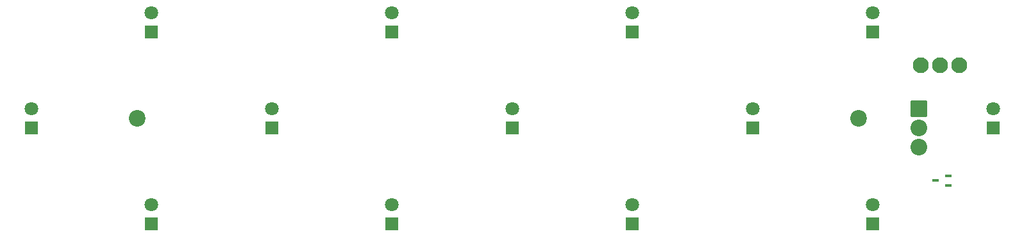
<source format=gbs>
%TF.GenerationSoftware,KiCad,Pcbnew,7.0.10*%
%TF.CreationDate,2024-10-31T16:23:13-04:00*%
%TF.ProjectId,segment,7365676d-656e-4742-9e6b-696361645f70,rev?*%
%TF.SameCoordinates,Original*%
%TF.FileFunction,Soldermask,Bot*%
%TF.FilePolarity,Negative*%
%FSLAX46Y46*%
G04 Gerber Fmt 4.6, Leading zero omitted, Abs format (unit mm)*
G04 Created by KiCad (PCBNEW 7.0.10) date 2024-10-31 16:23:13*
%MOMM*%
%LPD*%
G01*
G04 APERTURE LIST*
G04 Aperture macros list*
%AMRoundRect*
0 Rectangle with rounded corners*
0 $1 Rounding radius*
0 $2 $3 $4 $5 $6 $7 $8 $9 X,Y pos of 4 corners*
0 Add a 4 corners polygon primitive as box body*
4,1,4,$2,$3,$4,$5,$6,$7,$8,$9,$2,$3,0*
0 Add four circle primitives for the rounded corners*
1,1,$1+$1,$2,$3*
1,1,$1+$1,$4,$5*
1,1,$1+$1,$6,$7*
1,1,$1+$1,$8,$9*
0 Add four rect primitives between the rounded corners*
20,1,$1+$1,$2,$3,$4,$5,0*
20,1,$1+$1,$4,$5,$6,$7,0*
20,1,$1+$1,$6,$7,$8,$9,0*
20,1,$1+$1,$8,$9,$2,$3,0*%
G04 Aperture macros list end*
%ADD10R,1.800000X1.800000*%
%ADD11C,1.800000*%
%ADD12C,2.200000*%
%ADD13C,2.100000*%
%ADD14RoundRect,0.102000X-1.005000X1.005000X-1.005000X-1.005000X1.005000X-1.005000X1.005000X1.005000X0*%
%ADD15C,2.214000*%
%ADD16R,0.812800X0.406400*%
G04 APERTURE END LIST*
D10*
%TO.C,D1*%
X60960000Y-104140000D03*
D11*
X60960000Y-101600000D03*
%TD*%
D12*
%TO.C,REF\u002A\u002A*%
X170180000Y-102870000D03*
%TD*%
D10*
%TO.C,D13*%
X187960000Y-104140000D03*
D11*
X187960000Y-101600000D03*
%TD*%
D10*
%TO.C,D12*%
X172085000Y-91440000D03*
D11*
X172085000Y-88900000D03*
%TD*%
D10*
%TO.C,D11*%
X156210000Y-104140000D03*
D11*
X156210000Y-101600000D03*
%TD*%
D10*
%TO.C,D3*%
X76835000Y-91440000D03*
D11*
X76835000Y-88900000D03*
%TD*%
D10*
%TO.C,D7*%
X140335000Y-116840000D03*
D11*
X140335000Y-114300000D03*
%TD*%
D10*
%TO.C,D5*%
X92710000Y-104140000D03*
D11*
X92710000Y-101600000D03*
%TD*%
D10*
%TO.C,D9*%
X140335000Y-91440000D03*
D11*
X140335000Y-88900000D03*
%TD*%
D10*
%TO.C,D4*%
X76835000Y-116840000D03*
D11*
X76835000Y-114300000D03*
%TD*%
D12*
%TO.C,REF\u002A\u002A*%
X74930000Y-102870000D03*
%TD*%
D10*
%TO.C,D6*%
X108585000Y-91440000D03*
D11*
X108585000Y-88900000D03*
%TD*%
D10*
%TO.C,D10*%
X172085000Y-116840000D03*
D11*
X172085000Y-114300000D03*
%TD*%
D10*
%TO.C,D2*%
X108585000Y-116840000D03*
D11*
X108585000Y-114300000D03*
%TD*%
D10*
%TO.C,D8*%
X124460000Y-104140000D03*
D11*
X124460000Y-101600000D03*
%TD*%
D13*
%TO.C,J1*%
X183515000Y-95885000D03*
X180975000Y-95885000D03*
X178435000Y-95885000D03*
%TD*%
D14*
%TO.C,Q1*%
X178174500Y-101600000D03*
D15*
X178174500Y-104140000D03*
X178174500Y-106680000D03*
%TD*%
D16*
%TO.C,U1*%
X182092600Y-110490000D03*
X182092600Y-111789998D03*
X180390800Y-111139999D03*
%TD*%
M02*

</source>
